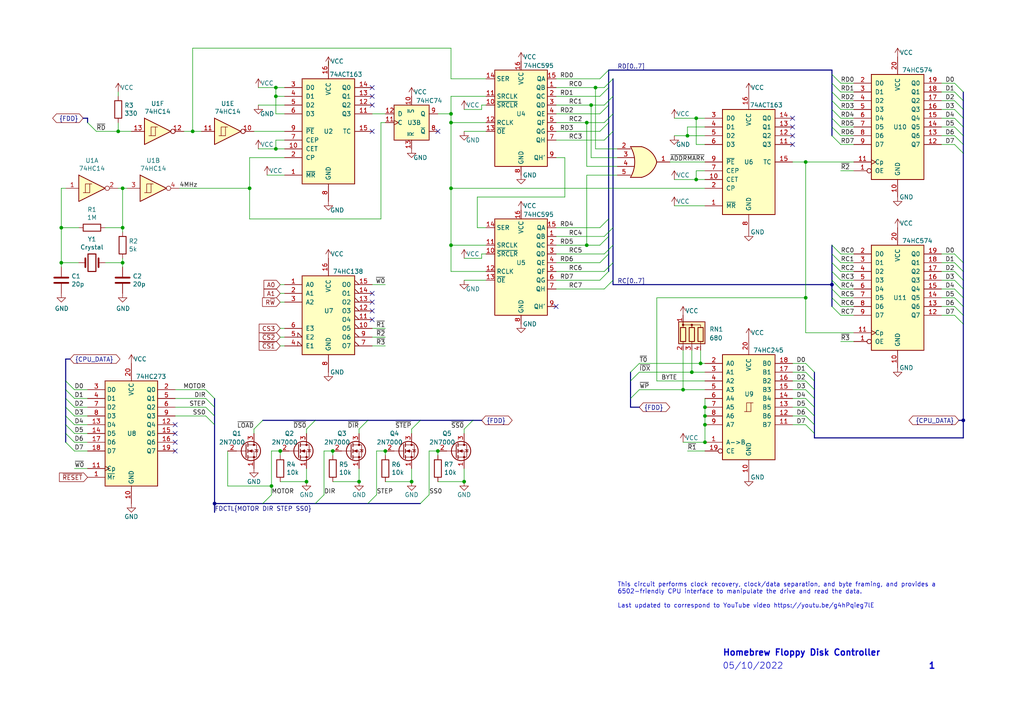
<source format=kicad_sch>
(kicad_sch (version 20211123) (generator eeschema)
  (paper "A4")
  (bus_alias "FDD" (members "~{LOAD}" "~{DS0}" "~{DIR}" "~{STEP}" "~{SS0}" "~{T0}" "~{IDX}" "~{WP}" "~{RD}" "~{WG}" "~{WD}"))
  (bus_alias "CPU_DATA" (members "D[0..7]"))
  (junction (at 130.81 71.12))
  (junction (at 55.88 38.1))
  (junction (at 17.78 76.2))
  (junction (at 35.56 66.04))
  (junction (at 88.9 139.7))
  (junction (at 233.68 86.36))
  (junction (at 111.76 130.81))
  (junction (at 201.93 52.07))
  (junction (at 170.18 35.56))
  (junction (at 96.52 130.81))
  (junction (at 134.62 139.7))
  (junction (at 233.68 46.99))
  (junction (at 199.39 39.37))
  (junction (at 35.56 76.2))
  (junction (at 130.81 54.61))
  (junction (at 204.47 118.11))
  (junction (at 203.2 105.41))
  (junction (at 171.45 30.48))
  (junction (at 127 130.81))
  (junction (at 80.01 43.18))
  (junction (at 35.56 54.61))
  (junction (at 170.18 71.12))
  (junction (at 78.74 140.97))
  (junction (at 201.93 34.29))
  (junction (at 80.01 27.94))
  (junction (at 62.23 146.05))
  (junction (at 81.28 130.81))
  (junction (at 72.39 54.61))
  (junction (at 204.47 120.65))
  (junction (at 130.81 35.56))
  (junction (at 200.66 107.95))
  (junction (at 204.47 128.27))
  (junction (at 119.38 139.7))
  (junction (at 130.81 33.02))
  (junction (at 80.01 25.4))
  (junction (at 34.29 38.1))
  (junction (at 198.12 113.03))
  (junction (at 104.14 139.7))
  (junction (at 279.4 121.92))
  (junction (at 204.47 123.19))
  (junction (at 241.3 82.55))
  (junction (at 172.72 25.4))
  (junction (at 17.78 66.04))
  (no_connect (at 107.95 25.4))
  (no_connect (at 107.95 38.1))
  (no_connect (at 107.95 27.94))
  (no_connect (at 107.95 87.63))
  (no_connect (at 107.95 30.48))
  (no_connect (at 229.87 34.29))
  (no_connect (at 229.87 39.37))
  (no_connect (at 161.29 88.9))
  (no_connect (at 229.87 36.83))
  (no_connect (at 50.8 123.19))
  (no_connect (at 229.87 41.91))
  (no_connect (at 107.95 90.17))
  (no_connect (at 127 38.1))
  (no_connect (at 50.8 125.73))
  (no_connect (at 107.95 92.71))
  (no_connect (at 107.95 85.09))
  (no_connect (at 50.8 130.81))
  (no_connect (at 50.8 128.27))
  (bus_entry (at 233.68 115.57) (size 2.54 2.54))
  (bus_entry (at 59.69 115.57) (size 2.54 2.54))
  (bus_entry (at 119.38 124.46) (size 2.54 -2.54))
  (bus_entry (at 91.44 146.05) (size 2.54 -2.54))
  (bus_entry (at 276.86 73.66) (size 2.54 2.54))
  (bus_entry (at 241.3 86.36) (size 2.54 2.54))
  (bus_entry (at 276.86 81.28) (size 2.54 2.54))
  (bus_entry (at 241.3 88.9) (size 2.54 2.54))
  (bus_entry (at 241.3 78.74) (size 2.54 2.54))
  (bus_entry (at 276.86 31.75) (size 2.54 2.54))
  (bus_entry (at 241.3 21.59) (size 2.54 2.54))
  (bus_entry (at 175.26 25.4) (size 2.54 -2.54))
  (bus_entry (at 276.86 24.13) (size 2.54 2.54))
  (bus_entry (at 59.69 118.11) (size 2.54 2.54))
  (bus_entry (at 59.69 120.65) (size 2.54 2.54))
  (bus_entry (at 19.05 120.65) (size 2.54 2.54))
  (bus_entry (at 175.26 73.66) (size 2.54 -2.54))
  (bus_entry (at 76.2 146.05) (size 2.54 -2.54))
  (bus_entry (at 276.86 36.83) (size 2.54 2.54))
  (bus_entry (at 233.68 123.19) (size 2.54 2.54))
  (bus_entry (at 276.86 76.2) (size 2.54 2.54))
  (bus_entry (at 241.3 73.66) (size 2.54 2.54))
  (bus_entry (at 233.68 105.41) (size 2.54 2.54))
  (bus_entry (at 276.86 78.74) (size 2.54 2.54))
  (bus_entry (at 106.68 146.05) (size 2.54 -2.54))
  (bus_entry (at 276.86 91.44) (size 2.54 2.54))
  (bus_entry (at 19.05 125.73) (size 2.54 2.54))
  (bus_entry (at 276.86 29.21) (size 2.54 2.54))
  (bus_entry (at 73.66 124.46) (size 2.54 -2.54))
  (bus_entry (at 134.62 124.46) (size 2.54 -2.54))
  (bus_entry (at 276.86 41.91) (size 2.54 2.54))
  (bus_entry (at 173.99 33.02) (size 2.54 -2.54))
  (bus_entry (at 173.99 38.1) (size 2.54 -2.54))
  (bus_entry (at 173.99 22.86) (size 2.54 -2.54))
  (bus_entry (at 173.99 27.94) (size 2.54 -2.54))
  (bus_entry (at 173.99 76.2) (size 2.54 -2.54))
  (bus_entry (at 173.99 66.04) (size 2.54 -2.54))
  (bus_entry (at 173.99 81.28) (size 2.54 -2.54))
  (bus_entry (at 173.99 71.12) (size 2.54 -2.54))
  (bus_entry (at 175.26 83.82) (size 2.54 -2.54))
  (bus_entry (at 276.86 83.82) (size 2.54 2.54))
  (bus_entry (at 104.14 124.46) (size 2.54 -2.54))
  (bus_entry (at 233.68 120.65) (size 2.54 2.54))
  (bus_entry (at 276.86 88.9) (size 2.54 2.54))
  (bus_entry (at 175.26 35.56) (size 2.54 -2.54))
  (bus_entry (at 241.3 71.12) (size 2.54 2.54))
  (bus_entry (at 241.3 31.75) (size 2.54 2.54))
  (bus_entry (at 233.68 118.11) (size 2.54 2.54))
  (bus_entry (at 276.86 39.37) (size 2.54 2.54))
  (bus_entry (at 241.3 39.37) (size 2.54 2.54))
  (bus_entry (at 175.26 30.48) (size 2.54 -2.54))
  (bus_entry (at 175.26 78.74) (size 2.54 -2.54))
  (bus_entry (at 59.69 113.03) (size 2.54 2.54))
  (bus_entry (at 175.26 40.64) (size 2.54 -2.54))
  (bus_entry (at 241.3 36.83) (size 2.54 2.54))
  (bus_entry (at 19.05 115.57) (size 2.54 2.54))
  (bus_entry (at 241.3 34.29) (size 2.54 2.54))
  (bus_entry (at 276.86 26.67) (size 2.54 2.54))
  (bus_entry (at 121.92 146.05) (size 2.54 -2.54))
  (bus_entry (at 241.3 81.28) (size 2.54 2.54))
  (bus_entry (at 19.05 128.27) (size 2.54 2.54))
  (bus_entry (at 19.05 118.11) (size 2.54 2.54))
  (bus_entry (at 241.3 24.13) (size 2.54 2.54))
  (bus_entry (at 175.26 68.58) (size 2.54 -2.54))
  (bus_entry (at 241.3 29.21) (size 2.54 2.54))
  (bus_entry (at 276.86 34.29) (size 2.54 2.54))
  (bus_entry (at 19.05 123.19) (size 2.54 2.54))
  (bus_entry (at 88.9 124.46) (size 2.54 -2.54))
  (bus_entry (at 19.05 113.03) (size 2.54 2.54))
  (bus_entry (at 25.4 35.56) (size 2.54 2.54))
  (bus_entry (at 233.68 110.49) (size 2.54 2.54))
  (bus_entry (at 276.86 86.36) (size 2.54 2.54))
  (bus_entry (at 241.3 83.82) (size 2.54 2.54))
  (bus_entry (at 233.68 107.95) (size 2.54 2.54))
  (bus_entry (at 182.88 107.95) (size 2.54 -2.54))
  (bus_entry (at 182.88 115.57) (size 2.54 -2.54))
  (bus_entry (at 182.88 110.49) (size 2.54 -2.54))
  (bus_entry (at 233.68 113.03) (size 2.54 2.54))
  (bus_entry (at 241.3 26.67) (size 2.54 2.54))
  (bus_entry (at 19.05 110.49) (size 2.54 2.54))
  (bus_entry (at 241.3 76.2) (size 2.54 2.54))
  (wire (pts (xy 17.78 66.04) (xy 17.78 76.2)))
  (bus (pts (xy 177.8 82.55) (xy 241.3 82.55)))
  (wire (pts (xy 273.05 41.91) (xy 276.86 41.91)))
  (bus (pts (xy 19.05 113.03) (xy 19.05 115.57)))
  (wire (pts (xy 127 139.7) (xy 134.62 139.7)))
  (wire (pts (xy 161.29 66.04) (xy 173.99 66.04)))
  (wire (pts (xy 171.45 30.48) (xy 171.45 45.72)))
  (bus (pts (xy 236.22 118.11) (xy 236.22 115.57)))
  (wire (pts (xy 243.84 34.29) (xy 247.65 34.29)))
  (bus (pts (xy 279.4 86.36) (xy 279.4 88.9)))
  (bus (pts (xy 241.3 31.75) (xy 241.3 34.29)))
  (bus (pts (xy 279.4 39.37) (xy 279.4 41.91)))
  (bus (pts (xy 182.88 118.11) (xy 185.42 118.11)))
  (wire (pts (xy 81.28 87.63) (xy 82.55 87.63)))
  (wire (pts (xy 233.68 96.52) (xy 247.65 96.52)))
  (bus (pts (xy 182.88 110.49) (xy 182.88 107.95)))
  (wire (pts (xy 200.66 107.95) (xy 204.47 107.95)))
  (wire (pts (xy 111.76 130.81) (xy 109.22 130.81)))
  (wire (pts (xy 81.28 85.09) (xy 82.55 85.09)))
  (wire (pts (xy 50.8 115.57) (xy 59.69 115.57)))
  (wire (pts (xy 55.88 38.1) (xy 58.42 38.1)))
  (wire (pts (xy 35.56 54.61) (xy 34.29 54.61)))
  (bus (pts (xy 279.4 121.92) (xy 279.4 127)))
  (wire (pts (xy 243.84 29.21) (xy 247.65 29.21)))
  (bus (pts (xy 236.22 127) (xy 279.4 127)))
  (wire (pts (xy 81.28 95.25) (xy 82.55 95.25)))
  (wire (pts (xy 35.56 66.04) (xy 35.56 67.31)))
  (wire (pts (xy 171.45 45.72) (xy 179.07 45.72)))
  (bus (pts (xy 241.3 81.28) (xy 241.3 82.55)))
  (wire (pts (xy 74.93 43.18) (xy 80.01 43.18)))
  (bus (pts (xy 62.23 146.05) (xy 62.23 148.59)))
  (wire (pts (xy 243.84 49.53) (xy 247.65 49.53)))
  (bus (pts (xy 279.4 36.83) (xy 279.4 39.37)))
  (bus (pts (xy 121.92 121.92) (xy 137.16 121.92)))
  (wire (pts (xy 161.29 78.74) (xy 175.26 78.74)))
  (wire (pts (xy 243.84 24.13) (xy 247.65 24.13)))
  (wire (pts (xy 172.72 25.4) (xy 172.72 43.18)))
  (wire (pts (xy 72.39 63.5) (xy 110.49 63.5)))
  (wire (pts (xy 81.28 130.81) (xy 81.28 132.08)))
  (bus (pts (xy 19.05 115.57) (xy 19.05 118.11)))
  (wire (pts (xy 21.59 120.65) (xy 25.4 120.65)))
  (wire (pts (xy 96.52 130.81) (xy 96.52 132.08)))
  (wire (pts (xy 107.95 100.33) (xy 111.76 100.33)))
  (wire (pts (xy 243.84 88.9) (xy 247.65 88.9)))
  (wire (pts (xy 34.29 27.94) (xy 34.29 26.67)))
  (bus (pts (xy 279.4 44.45) (xy 279.4 76.2)))
  (wire (pts (xy 273.05 29.21) (xy 276.86 29.21)))
  (bus (pts (xy 19.05 125.73) (xy 19.05 128.27)))
  (wire (pts (xy 139.7 30.48) (xy 139.7 31.75)))
  (wire (pts (xy 243.84 86.36) (xy 247.65 86.36)))
  (wire (pts (xy 161.29 81.28) (xy 173.99 81.28)))
  (bus (pts (xy 241.3 76.2) (xy 241.3 78.74)))
  (wire (pts (xy 161.29 35.56) (xy 170.18 35.56)))
  (wire (pts (xy 273.05 88.9) (xy 276.86 88.9)))
  (bus (pts (xy 241.3 26.67) (xy 241.3 29.21)))
  (wire (pts (xy 130.81 22.86) (xy 130.81 13.97)))
  (wire (pts (xy 130.81 27.94) (xy 140.97 27.94)))
  (bus (pts (xy 176.53 63.5) (xy 176.53 35.56)))
  (wire (pts (xy 127 130.81) (xy 124.46 130.81)))
  (wire (pts (xy 161.29 33.02) (xy 173.99 33.02)))
  (wire (pts (xy 130.81 71.12) (xy 130.81 78.74)))
  (bus (pts (xy 279.4 34.29) (xy 279.4 36.83)))
  (wire (pts (xy 81.28 130.81) (xy 78.74 130.81)))
  (wire (pts (xy 96.52 139.7) (xy 104.14 139.7)))
  (wire (pts (xy 204.47 52.07) (xy 201.93 52.07)))
  (bus (pts (xy 91.44 121.92) (xy 106.68 121.92)))
  (wire (pts (xy 107.95 95.25) (xy 111.76 95.25)))
  (wire (pts (xy 195.58 59.69) (xy 204.47 59.69)))
  (wire (pts (xy 185.42 107.95) (xy 200.66 107.95)))
  (bus (pts (xy 236.22 120.65) (xy 236.22 123.19)))
  (bus (pts (xy 241.3 83.82) (xy 241.3 86.36)))
  (bus (pts (xy 241.3 24.13) (xy 241.3 26.67)))
  (wire (pts (xy 111.76 130.81) (xy 111.76 132.08)))
  (wire (pts (xy 96.52 130.81) (xy 93.98 130.81)))
  (wire (pts (xy 21.59 115.57) (xy 25.4 115.57)))
  (bus (pts (xy 279.4 78.74) (xy 279.4 81.28)))
  (bus (pts (xy 279.4 81.28) (xy 279.4 83.82)))
  (wire (pts (xy 185.42 105.41) (xy 203.2 105.41)))
  (wire (pts (xy 204.47 118.11) (xy 204.47 120.65)))
  (wire (pts (xy 88.9 125.73) (xy 88.9 124.46)))
  (wire (pts (xy 195.58 34.29) (xy 201.93 34.29)))
  (wire (pts (xy 273.05 73.66) (xy 276.86 73.66)))
  (wire (pts (xy 134.62 135.89) (xy 134.62 139.7)))
  (wire (pts (xy 201.93 41.91) (xy 204.47 41.91)))
  (wire (pts (xy 229.87 120.65) (xy 233.68 120.65)))
  (bus (pts (xy 25.4 34.29) (xy 25.4 35.56)))
  (wire (pts (xy 82.55 50.8) (xy 77.47 50.8)))
  (wire (pts (xy 243.84 73.66) (xy 247.65 73.66)))
  (bus (pts (xy 177.8 81.28) (xy 177.8 76.2)))
  (wire (pts (xy 53.34 38.1) (xy 55.88 38.1)))
  (wire (pts (xy 73.66 125.73) (xy 73.66 124.46)))
  (wire (pts (xy 161.29 22.86) (xy 173.99 22.86)))
  (wire (pts (xy 140.97 30.48) (xy 139.7 30.48)))
  (wire (pts (xy 30.48 66.04) (xy 35.56 66.04)))
  (wire (pts (xy 35.56 76.2) (xy 30.48 76.2)))
  (wire (pts (xy 139.7 74.93) (xy 139.7 73.66)))
  (bus (pts (xy 279.4 41.91) (xy 279.4 44.45)))
  (wire (pts (xy 233.68 86.36) (xy 233.68 96.52)))
  (wire (pts (xy 17.78 76.2) (xy 22.86 76.2)))
  (wire (pts (xy 273.05 26.67) (xy 276.86 26.67)))
  (wire (pts (xy 243.84 83.82) (xy 247.65 83.82)))
  (wire (pts (xy 198.12 113.03) (xy 204.47 113.03)))
  (wire (pts (xy 93.98 130.81) (xy 93.98 143.51)))
  (wire (pts (xy 21.59 130.81) (xy 25.4 130.81)))
  (wire (pts (xy 273.05 24.13) (xy 276.86 24.13)))
  (wire (pts (xy 171.45 30.48) (xy 175.26 30.48)))
  (wire (pts (xy 138.43 57.15) (xy 163.83 57.15)))
  (bus (pts (xy 121.92 146.05) (xy 106.68 146.05)))
  (bus (pts (xy 279.4 83.82) (xy 279.4 86.36)))
  (wire (pts (xy 243.84 91.44) (xy 247.65 91.44)))
  (wire (pts (xy 82.55 38.1) (xy 73.66 38.1)))
  (wire (pts (xy 50.8 113.03) (xy 59.69 113.03)))
  (wire (pts (xy 34.29 38.1) (xy 34.29 35.56)))
  (wire (pts (xy 80.01 40.64) (xy 82.55 40.64)))
  (wire (pts (xy 163.83 57.15) (xy 163.83 45.72)))
  (wire (pts (xy 50.8 120.65) (xy 59.69 120.65)))
  (bus (pts (xy 279.4 31.75) (xy 279.4 34.29)))
  (wire (pts (xy 110.49 35.56) (xy 111.76 35.56)))
  (wire (pts (xy 204.47 34.29) (xy 201.93 34.29)))
  (wire (pts (xy 17.78 76.2) (xy 17.78 77.47)))
  (wire (pts (xy 170.18 35.56) (xy 170.18 48.26)))
  (wire (pts (xy 109.22 130.81) (xy 109.22 143.51)))
  (bus (pts (xy 19.05 118.11) (xy 19.05 120.65)))
  (wire (pts (xy 273.05 81.28) (xy 276.86 81.28)))
  (wire (pts (xy 161.29 40.64) (xy 175.26 40.64)))
  (wire (pts (xy 201.93 49.53) (xy 201.93 52.07)))
  (wire (pts (xy 130.81 33.02) (xy 130.81 35.56)))
  (wire (pts (xy 17.78 66.04) (xy 22.86 66.04)))
  (wire (pts (xy 130.81 54.61) (xy 204.47 54.61)))
  (wire (pts (xy 161.29 73.66) (xy 175.26 73.66)))
  (wire (pts (xy 243.84 31.75) (xy 247.65 31.75)))
  (bus (pts (xy 177.8 71.12) (xy 177.8 66.04)))
  (wire (pts (xy 243.84 41.91) (xy 247.65 41.91)))
  (wire (pts (xy 203.2 101.6) (xy 203.2 105.41)))
  (wire (pts (xy 127 33.02) (xy 130.81 33.02)))
  (bus (pts (xy 182.88 110.49) (xy 182.88 115.57)))
  (wire (pts (xy 170.18 48.26) (xy 179.07 48.26)))
  (wire (pts (xy 273.05 86.36) (xy 276.86 86.36)))
  (wire (pts (xy 107.95 33.02) (xy 111.76 33.02)))
  (wire (pts (xy 80.01 25.4) (xy 82.55 25.4)))
  (wire (pts (xy 198.12 101.6) (xy 198.12 113.03)))
  (wire (pts (xy 130.81 54.61) (xy 130.81 71.12)))
  (wire (pts (xy 229.87 118.11) (xy 233.68 118.11)))
  (wire (pts (xy 21.59 135.89) (xy 25.4 135.89)))
  (wire (pts (xy 229.87 113.03) (xy 233.68 113.03)))
  (wire (pts (xy 243.84 99.06) (xy 247.65 99.06)))
  (wire (pts (xy 72.39 45.72) (xy 72.39 54.61)))
  (wire (pts (xy 140.97 71.12) (xy 130.81 71.12)))
  (wire (pts (xy 243.84 81.28) (xy 247.65 81.28)))
  (wire (pts (xy 134.62 125.73) (xy 134.62 124.46)))
  (wire (pts (xy 243.84 26.67) (xy 247.65 26.67)))
  (wire (pts (xy 203.2 105.41) (xy 204.47 105.41)))
  (wire (pts (xy 72.39 45.72) (xy 82.55 45.72)))
  (bus (pts (xy 177.8 81.28) (xy 177.8 82.55)))
  (wire (pts (xy 127 130.81) (xy 127 132.08)))
  (wire (pts (xy 50.8 118.11) (xy 59.69 118.11)))
  (bus (pts (xy 62.23 118.11) (xy 62.23 120.65)))
  (wire (pts (xy 35.56 74.93) (xy 35.56 76.2)))
  (bus (pts (xy 137.16 121.92) (xy 139.7 121.92)))
  (wire (pts (xy 78.74 140.97) (xy 78.74 143.51)))
  (wire (pts (xy 27.94 38.1) (xy 34.29 38.1)))
  (wire (pts (xy 130.81 35.56) (xy 140.97 35.56)))
  (bus (pts (xy 241.3 73.66) (xy 241.3 76.2)))
  (wire (pts (xy 179.07 50.8) (xy 170.18 50.8)))
  (wire (pts (xy 124.46 130.81) (xy 124.46 143.51)))
  (wire (pts (xy 194.31 46.99) (xy 204.47 46.99)))
  (bus (pts (xy 241.3 34.29) (xy 241.3 36.83)))
  (wire (pts (xy 119.38 135.89) (xy 119.38 139.7)))
  (wire (pts (xy 134.62 74.93) (xy 139.7 74.93)))
  (bus (pts (xy 182.88 115.57) (xy 182.88 118.11)))
  (bus (pts (xy 176.53 35.56) (xy 176.53 30.48)))
  (wire (pts (xy 199.39 36.83) (xy 204.47 36.83)))
  (wire (pts (xy 80.01 40.64) (xy 80.01 43.18)))
  (wire (pts (xy 78.74 130.81) (xy 78.74 140.97)))
  (wire (pts (xy 273.05 76.2) (xy 276.86 76.2)))
  (wire (pts (xy 233.68 46.99) (xy 247.65 46.99)))
  (bus (pts (xy 177.8 38.1) (xy 177.8 33.02)))
  (bus (pts (xy 24.13 34.29) (xy 25.4 34.29)))
  (wire (pts (xy 140.97 66.04) (xy 138.43 66.04)))
  (wire (pts (xy 243.84 36.83) (xy 247.65 36.83)))
  (bus (pts (xy 236.22 120.65) (xy 236.22 118.11)))
  (bus (pts (xy 241.3 29.21) (xy 241.3 31.75)))
  (bus (pts (xy 91.44 146.05) (xy 76.2 146.05)))
  (bus (pts (xy 241.3 36.83) (xy 241.3 39.37)))
  (bus (pts (xy 19.05 110.49) (xy 19.05 113.03)))
  (bus (pts (xy 241.3 20.32) (xy 241.3 21.59)))
  (wire (pts (xy 172.72 25.4) (xy 175.26 25.4)))
  (wire (pts (xy 273.05 34.29) (xy 276.86 34.29)))
  (wire (pts (xy 273.05 39.37) (xy 276.86 39.37)))
  (wire (pts (xy 81.28 100.33) (xy 82.55 100.33)))
  (wire (pts (xy 170.18 71.12) (xy 173.99 71.12)))
  (wire (pts (xy 130.81 35.56) (xy 130.81 54.61)))
  (wire (pts (xy 273.05 78.74) (xy 276.86 78.74)))
  (wire (pts (xy 66.04 140.97) (xy 78.74 140.97)))
  (wire (pts (xy 66.04 130.81) (xy 66.04 140.97)))
  (wire (pts (xy 229.87 107.95) (xy 233.68 107.95)))
  (bus (pts (xy 236.22 123.19) (xy 236.22 125.73)))
  (bus (pts (xy 176.53 20.32) (xy 241.3 20.32)))
  (bus (pts (xy 62.23 115.57) (xy 62.23 118.11)))
  (wire (pts (xy 74.93 25.4) (xy 80.01 25.4)))
  (wire (pts (xy 273.05 31.75) (xy 276.86 31.75)))
  (bus (pts (xy 106.68 121.92) (xy 121.92 121.92)))
  (wire (pts (xy 229.87 105.41) (xy 233.68 105.41)))
  (wire (pts (xy 243.84 76.2) (xy 247.65 76.2)))
  (wire (pts (xy 199.39 39.37) (xy 195.58 39.37)))
  (wire (pts (xy 172.72 43.18) (xy 179.07 43.18)))
  (bus (pts (xy 20.32 104.14) (xy 19.05 104.14)))
  (bus (pts (xy 62.23 146.05) (xy 76.2 146.05)))
  (wire (pts (xy 21.59 125.73) (xy 25.4 125.73)))
  (bus (pts (xy 106.68 146.05) (xy 91.44 146.05)))
  (wire (pts (xy 81.28 139.7) (xy 88.9 139.7)))
  (bus (pts (xy 19.05 120.65) (xy 19.05 123.19)))
  (bus (pts (xy 176.53 25.4) (xy 176.53 20.32)))
  (wire (pts (xy 104.14 135.89) (xy 104.14 139.7)))
  (bus (pts (xy 278.13 121.92) (xy 279.4 121.92)))
  (wire (pts (xy 161.29 68.58) (xy 175.26 68.58)))
  (wire (pts (xy 52.07 54.61) (xy 72.39 54.61)))
  (wire (pts (xy 82.55 43.18) (xy 80.01 43.18)))
  (wire (pts (xy 229.87 46.99) (xy 233.68 46.99)))
  (wire (pts (xy 161.29 71.12) (xy 170.18 71.12)))
  (bus (pts (xy 62.23 120.65) (xy 62.23 123.19)))
  (bus (pts (xy 177.8 27.94) (xy 177.8 22.86)))
  (wire (pts (xy 21.59 128.27) (xy 25.4 128.27)))
  (wire (pts (xy 201.93 49.53) (xy 204.47 49.53)))
  (bus (pts (xy 279.4 26.67) (xy 279.4 29.21)))
  (bus (pts (xy 279.4 88.9) (xy 279.4 91.44)))
  (wire (pts (xy 55.88 13.97) (xy 130.81 13.97)))
  (wire (pts (xy 82.55 33.02) (xy 80.01 33.02)))
  (bus (pts (xy 176.53 73.66) (xy 176.53 68.58)))
  (wire (pts (xy 80.01 25.4) (xy 80.01 27.94)))
  (bus (pts (xy 241.3 78.74) (xy 241.3 81.28)))
  (wire (pts (xy 34.29 38.1) (xy 38.1 38.1)))
  (bus (pts (xy 241.3 71.12) (xy 241.3 73.66)))
  (wire (pts (xy 161.29 76.2) (xy 173.99 76.2)))
  (wire (pts (xy 130.81 22.86) (xy 140.97 22.86)))
  (wire (pts (xy 161.29 25.4) (xy 172.72 25.4)))
  (bus (pts (xy 279.4 76.2) (xy 279.4 78.74)))
  (wire (pts (xy 81.28 82.55) (xy 82.55 82.55)))
  (wire (pts (xy 35.56 54.61) (xy 35.56 66.04)))
  (wire (pts (xy 140.97 81.28) (xy 134.62 81.28)))
  (wire (pts (xy 229.87 123.19) (xy 233.68 123.19)))
  (wire (pts (xy 273.05 91.44) (xy 276.86 91.44)))
  (wire (pts (xy 80.01 27.94) (xy 80.01 33.02)))
  (wire (pts (xy 243.84 39.37) (xy 247.65 39.37)))
  (wire (pts (xy 80.01 27.94) (xy 82.55 27.94)))
  (wire (pts (xy 201.93 34.29) (xy 201.93 41.91)))
  (wire (pts (xy 21.59 113.03) (xy 25.4 113.03)))
  (wire (pts (xy 72.39 54.61) (xy 72.39 63.5)))
  (wire (pts (xy 243.84 78.74) (xy 247.65 78.74)))
  (wire (pts (xy 81.28 97.79) (xy 82.55 97.79)))
  (wire (pts (xy 190.5 110.49) (xy 190.5 86.36)))
  (bus (pts (xy 279.4 91.44) (xy 279.4 93.98)))
  (wire (pts (xy 161.29 38.1) (xy 173.99 38.1)))
  (wire (pts (xy 74.93 30.48) (xy 82.55 30.48)))
  (wire (pts (xy 190.5 86.36) (xy 233.68 86.36)))
  (wire (pts (xy 88.9 135.89) (xy 88.9 139.7)))
  (wire (pts (xy 161.29 27.94) (xy 173.99 27.94)))
  (wire (pts (xy 19.05 54.61) (xy 17.78 54.61)))
  (wire (pts (xy 139.7 31.75) (xy 134.62 31.75)))
  (wire (pts (xy 185.42 113.03) (xy 198.12 113.03)))
  (wire (pts (xy 204.47 123.19) (xy 204.47 128.27)))
  (wire (pts (xy 139.7 73.66) (xy 140.97 73.66)))
  (wire (pts (xy 204.47 115.57) (xy 204.47 118.11)))
  (wire (pts (xy 55.88 13.97) (xy 55.88 38.1)))
  (wire (pts (xy 130.81 33.02) (xy 130.81 27.94)))
  (wire (pts (xy 95.25 17.78) (xy 95.25 19.05)))
  (wire (pts (xy 190.5 110.49) (xy 204.47 110.49)))
  (wire (pts (xy 199.39 130.81) (xy 204.47 130.81)))
  (bus (pts (xy 236.22 115.57) (xy 236.22 113.03)))
  (wire (pts (xy 200.66 101.6) (xy 200.66 107.95)))
  (wire (pts (xy 21.59 118.11) (xy 25.4 118.11)))
  (wire (pts (xy 161.29 83.82) (xy 175.26 83.82)))
  (bus (pts (xy 19.05 104.14) (xy 19.05 110.49)))
  (wire (pts (xy 199.39 39.37) (xy 199.39 36.83)))
  (bus (pts (xy 76.2 121.92) (xy 91.44 121.92)))
  (wire (pts (xy 104.14 125.73) (xy 104.14 124.46)))
  (wire (pts (xy 140.97 38.1) (xy 134.62 38.1)))
  (bus (pts (xy 236.22 110.49) (xy 236.22 107.95)))
  (wire (pts (xy 36.83 54.61) (xy 35.56 54.61)))
  (bus (pts (xy 241.3 86.36) (xy 241.3 88.9)))
  (wire (pts (xy 110.49 35.56) (xy 110.49 63.5)))
  (bus (pts (xy 19.05 123.19) (xy 19.05 125.73)))
  (wire (pts (xy 273.05 83.82) (xy 276.86 83.82)))
  (wire (pts (xy 201.93 52.07) (xy 195.58 52.07)))
  (wire (pts (xy 273.05 36.83) (xy 276.86 36.83)))
  (wire (pts (xy 161.29 30.48) (xy 171.45 30.48)))
  (bus (pts (xy 279.4 93.98) (xy 279.4 121.92)))
  (bus (pts (xy 176.53 68.58) (xy 176.53 63.5)))
  (bus (pts (xy 62.23 123.19) (xy 62.23 146.05)))
  (wire (pts (xy 170.18 35.56) (xy 175.26 35.56)))
  (wire (pts (xy 204.47 120.65) (xy 204.47 123.19)))
  (wire (pts (xy 229.87 115.57) (xy 233.68 115.57)))
  (bus (pts (xy 177.8 66.04) (xy 177.8 38.1)))
  (bus (pts (xy 177.8 33.02) (xy 177.8 27.94)))
  (wire (pts (xy 170.18 50.8) (xy 170.18 71.12)))
  (bus (pts (xy 241.3 21.59) (xy 241.3 24.13)))
  (bus (pts (xy 236.22 113.03) (xy 236.22 110.49)))
  (wire (pts (xy 163.83 45.72) (xy 161.29 45.72)))
  (wire (pts (xy 138.43 66.04) (xy 138.43 57.15)))
  (wire (pts (xy 198.12 128.27) (xy 204.47 128.27)))
  (wire (pts (xy 17.78 54.61) (xy 17.78 66.04)))
  (wire (pts (xy 21.59 123.19) (xy 25.4 123.19)))
  (bus (pts (xy 236.22 125.73) (xy 236.22 127)))
  (bus (pts (xy 241.3 82.55) (xy 241.3 83.82)))
  (wire (pts (xy 233.68 46.99) (xy 233.68 86.36)))
  (wire (pts (xy 130.81 78.74) (xy 140.97 78.74)))
  (wire (pts (xy 107.95 82.55) (xy 111.76 82.55)))
  (wire (pts (xy 107.95 97.79) (xy 111.76 97.79)))
  (bus (pts (xy 176.53 78.74) (xy 176.53 73.66)))
  (wire (pts (xy 111.76 139.7) (xy 119.38 139.7)))
  (wire (pts (xy 35.56 77.47) (xy 35.56 76.2)))
  (bus (pts (xy 279.4 29.21) (xy 279.4 31.75)))
  (wire (pts (xy 119.38 125.73) (xy 119.38 124.46)))
  (bus (pts (xy 177.8 71.12) (xy 177.8 76.2)))
  (bus (pts (xy 176.53 30.48) (xy 176.53 25.4)))
  (wire (pts (xy 229.87 110.49) (xy 233.68 110.49)))
  (wire (pts (xy 199.39 39.37) (xy 204.47 39.37)))
  (text "This circuit performs clock recovery, clock/data separation, and byte framing, and provides a \n6502-friendly CPU interface to manipulate the drive and read the data.\n\nLast updated to correspond to YouTube video https://youtu.be/g4hPqieg7lE\n" (at 179.07 176.53 0) (effects (font (size 1.27 1.27)) (justify left bottom)))
  (text "Homebrew Floppy Disk Controller" (at 209.55 190.5 0) (effects (font (size 1.8 1.8) (thickness 0.36) bold) (justify left bottom)))
  (text "1" (at 269.24 194.31 0) (effects (font (size 1.8 1.8) (thickness 0.36) bold) (justify left bottom)))
  (text "05/10/2022" (at 209.55 194.31 0) (effects (font (size 1.8 1.8)) (justify left bottom)))
  (label "DIR" (at 93.98 143.51 0))
  (label "D7" (at 21.59 130.81 0))
  (label "DIR" (at 59.69 115.57 180))
  (label "~{DS0}" (at 88.9 124.46 180))
  (label "~{R3}" (at 243.84 99.06 0))
  (label "D2" (at 276.86 78.74 180))
  (label "RD0" (at 166.37 22.86 180))
  (label "RC6" (at 168.91 78.74 180))
  (label "D5" (at 233.68 118.11 180))
  (label "D1" (at 276.86 26.67 180))
  (label "RD0" (at 243.84 24.13 0))
  (label "~{T0}" (at 185.42 105.41 0))
  (label "RC1" (at 168.91 30.48 180))
  (label "RC0" (at 243.84 73.66 0))
  (label "RD[0..7]" (at 179.07 20.32 0))
  (label "D2" (at 233.68 110.49 180))
  (label "D3" (at 276.86 81.28 180))
  (label "~{R2}" (at 243.84 49.53 0))
  (label "RC1" (at 243.84 76.2 0))
  (label "D7" (at 276.86 41.91 180))
  (label "RC7" (at 243.84 91.44 0))
  (label "RD4" (at 243.84 34.29 0))
  (label "~{R1}" (at 199.39 130.81 0))
  (label "STEP" (at 109.22 143.51 0))
  (label "D2" (at 276.86 29.21 180))
  (label "RC6" (at 243.84 88.9 0))
  (label "D1" (at 276.86 76.2 180))
  (label "STEP" (at 59.69 118.11 180))
  (label "D4" (at 276.86 83.82 180))
  (label "D0" (at 233.68 105.41 180))
  (label "D6" (at 276.86 39.37 180))
  (label "D0" (at 276.86 24.13 180))
  (label "RD4" (at 166.37 66.04 180))
  (label "~{R2}" (at 111.76 97.79 180))
  (label "SS0" (at 59.69 120.65 180))
  (label "RC2" (at 243.84 78.74 0))
  (label "RC5" (at 243.84 86.36 0))
  (label "~{SS0}" (at 134.62 124.46 180))
  (label "D5" (at 276.86 36.83 180))
  (label "D4" (at 233.68 115.57 180))
  (label "D0" (at 276.86 73.66 180))
  (label "RC0" (at 168.91 25.4 180))
  (label "RD3" (at 166.37 38.1 180))
  (label "D3" (at 233.68 113.03 180))
  (label "4MHz" (at 52.07 54.61 0))
  (label "RC2" (at 168.91 35.56 180))
  (label "RC4" (at 243.84 83.82 0))
  (label "D2" (at 21.59 118.11 0))
  (label "BYTE" (at 191.77 110.49 0))
  (label "~{W0}" (at 111.76 82.55 180))
  (label "D3" (at 21.59 120.65 0))
  (label "~{WP}" (at 185.42 113.03 0))
  (label "FDCTL{MOTOR DIR STEP SS0}" (at 62.23 148.59 0))
  (label "MOTOR" (at 59.69 113.03 180))
  (label "RD1" (at 243.84 26.67 0))
  (label "D6" (at 21.59 128.27 0))
  (label "RD7" (at 166.37 81.28 180))
  (label "D1" (at 21.59 115.57 0))
  (label "D4" (at 21.59 123.19 0))
  (label "RD6" (at 166.37 76.2 180))
  (label "~{R3}" (at 111.76 100.33 180))
  (label "RC[0..7]" (at 179.07 82.55 0))
  (label "~{LOAD}" (at 73.66 124.46 180))
  (label "SS0" (at 124.46 143.51 0))
  (label "D7" (at 276.86 91.44 180))
  (label "D1" (at 233.68 107.95 180))
  (label "~{RD}" (at 27.94 38.1 0))
  (label "~{DIR}" (at 104.14 124.46 180))
  (label "D7" (at 233.68 123.19 180))
  (label "MOTOR" (at 78.74 143.51 0))
  (label "~{ADDRMARK}" (at 194.31 46.99 0))
  (label "D3" (at 276.86 31.75 180))
  (label "RD2" (at 166.37 33.02 180))
  (label "D6" (at 233.68 120.65 180))
  (label "RD3" (at 243.84 31.75 0))
  (label "RD1" (at 166.37 27.94 180))
  (label "D5" (at 21.59 125.73 0))
  (label "RC4" (at 168.91 68.58 180))
  (label "~{W0}" (at 21.59 135.89 0))
  (label "RD6" (at 243.84 39.37 0))
  (label "RD5" (at 166.37 71.12 180))
  (label "RC3" (at 243.84 81.28 0))
  (label "RC3" (at 168.91 40.64 180))
  (label "D0" (at 21.59 113.03 0))
  (label "D5" (at 276.86 86.36 180))
  (label "~{IDX}" (at 185.42 107.95 0))
  (label "~{R1}" (at 111.76 95.25 180))
  (label "RD2" (at 243.84 29.21 0))
  (label "RC5" (at 168.91 73.66 180))
  (label "RC7" (at 168.91 83.82 180))
  (label "D6" (at 276.86 88.9 180))
  (label "RD7" (at 243.84 41.91 0))
  (label "D4" (at 276.86 34.29 180))
  (label "~{STEP}" (at 119.38 124.46 180))
  (label "RD5" (at 243.84 36.83 0))
  (global_label "{CPU_DATA}" (shape bidirectional) (at 278.13 121.92 180) (property "Intersheet References" "${INTERSHEET_REFS}" (effects hide)))
  (global_label "~{RESET}" (shape input) (at 25.4 138.43 180) (property "Intersheet References" "${INTERSHEET_REFS}" (effects hide)))
  (global_label "~{CS1}" (shape input) (at 81.28 100.33 180) (property "Intersheet References" "${INTERSHEET_REFS}" (effects hide)))
  (global_label "{FDD}" (shape bidirectional) (at 139.7 121.92 0) (property "Intersheet References" "${INTERSHEET_REFS}" (effects hide)))
  (global_label "A1" (shape input) (at 81.28 85.09 180) (property "Intersheet References" "${INTERSHEET_REFS}" (effects hide)))
  (global_label "A0" (shape input) (at 81.28 82.55 180) (property "Intersheet References" "${INTERSHEET_REFS}" (effects hide)))
  (global_label "{CPU_DATA}" (shape bidirectional) (at 20.32 104.14 0) (property "Intersheet References" "${INTERSHEET_REFS}" (effects hide)))
  (global_label "~{CS2}" (shape input) (at 81.28 97.79 180) (property "Intersheet References" "${INTERSHEET_REFS}" (effects hide)))
  (global_label "R~{W}" (shape input) (at 81.28 87.63 180) (property "Intersheet References" "${INTERSHEET_REFS}" (effects hide)))
  (global_label "{FDD}" (shape bidirectional) (at 24.13 34.29 180) (property "Intersheet References" "${INTERSHEET_REFS}" (effects hide)))
  (global_label "{FDD}" (shape bidirectional) (at 185.42 118.11 0) (property "Intersheet References" "${INTERSHEET_REFS}" (effects hide)))
  (global_label "CS3" (shape input) (at 81.28 95.25 180) (property "Intersheet References" "${INTERSHEET_REFS}" (effects hide)))
  (symbol (lib_id "74xx:74LS163") (at 95.25 38.1 0) (unit 1)
    (property "Reference" "U2" (at 95.25 38.1 0))
    (property "Value" "74ACT163" (at 100.33 21.59 0))
    (property "Datasheet" "http://www.ti.com/lit/gpn/sn74LS163" (effects hide))
  )
  (symbol (lib_id "74xx:74HC14") (at 26.67 54.61 0) (unit 1)
    (property "Reference" "U1" (at 26.67 46.5582 0))
    (property "Value" "74HC14" (at 26.67 48.8696 0))
    (property "Datasheet" "http://www.ti.com/lit/gpn/sn74HC14" (effects hide))
  )
  (symbol (lib_id "Device:Crystal") (at 26.67 76.2 0) (unit 1)
    (property "Reference" "Y1" (at 26.67 69.3928 0))
    (property "Value" "Crystal" (at 26.67 71.7042 0))
  )
  (symbol (lib_id "Device:C") (at 17.78 81.28 0) (unit 1)
    (property "Reference" "C1" (at 20.701 80.1116 0) (effects (justify left)))
    (property "Value" "20p" (at 20.701 82.423 0) (effects (justify left)))
  )
  (symbol (lib_id "Device:C") (at 35.56 81.28 0) (unit 1)
    (property "Reference" "C2" (at 38.481 80.1116 0) (effects (justify left)))
    (property "Value" "20p" (at 38.481 82.423 0) (effects (justify left)))
  )
  (symbol (lib_id "power:GND") (at 17.78 85.09 0) (unit 1)
    (property "Reference" "#PWR01" (effects hide))
    (property "Value" "GND" (at 17.907 89.4842 0))
  )
  (symbol (lib_id "power:GND") (at 35.56 85.09 0) (unit 1)
    (property "Reference" "#PWR02" (effects hide))
    (property "Value" "GND" (at 35.687 89.4842 0))
  )
  (symbol (lib_id "Device:R") (at 35.56 71.12 0) (unit 1)
    (property "Reference" "R2" (at 37.338 69.9516 0) (effects (justify left)))
    (property "Value" "5k" (at 37.338 72.263 0) (effects (justify left)))
  )
  (symbol (lib_id "Device:R") (at 26.67 66.04 270) (unit 1)
    (property "Reference" "R1" (at 26.67 60.7822 90))
    (property "Value" "1M" (at 26.67 63.0936 90))
  )
  (symbol (lib_id "74xx:74HC14") (at 44.45 54.61 0) (unit 2)
    (property "Reference" "U1" (at 44.45 46.5582 0))
    (property "Value" "74HC14" (at 44.45 48.8696 0))
    (property "Datasheet" "http://www.ti.com/lit/gpn/sn74HC14" (effects hide))
  )
  (symbol (lib_id "power:VCC") (at 77.47 50.8 0) (unit 1)
    (property "Reference" "#PWR016" (effects hide))
    (property "Value" "VCC" (at 80.01 49.53 0))
  )
  (symbol (lib_id "power:VCC") (at 74.93 43.18 0) (unit 1)
    (property "Reference" "#PWR015" (effects hide))
    (property "Value" "VCC" (at 77.47 41.91 0))
  )
  (symbol (lib_id "power:VCC") (at 74.93 25.4 0) (unit 1)
    (property "Reference" "#PWR014" (effects hide))
    (property "Value" "VCC" (at 77.47 24.13 0))
  )
  (symbol (lib_id "power:GND") (at 74.93 30.48 0) (unit 1)
    (property "Reference" "#PWR013" (effects hide))
    (property "Value" "GND" (at 77.47 33.02 0))
  )
  (symbol (lib_id "power:GND") (at 95.25 58.42 0) (unit 1)
    (property "Reference" "#PWR017" (effects hide))
    (property "Value" "GND" (at 97.79 60.96 0))
  )
  (symbol (lib_id "power:VCC") (at 95.25 19.05 0) (unit 1)
    (property "Reference" "#PWR012" (effects hide))
    (property "Value" "VCC" (at 97.79 17.78 0))
  )
  (symbol (lib_id "74xx:74HC595") (at 151.13 33.02 0) (unit 1)
    (property "Reference" "U4" (at 151.13 33.02 0))
    (property "Value" "74HC595" (at 156.21 19.05 0))
    (property "Datasheet" "http://www.ti.com/lit/ds/symlink/sn74hc595.pdf" (effects hide))
  )
  (symbol (lib_id "74xx:74HC595") (at 151.13 76.2 0) (unit 1)
    (property "Reference" "U5" (at 151.13 76.2 0))
    (property "Value" "74HC595" (at 156.21 62.23 0))
    (property "Datasheet" "http://www.ti.com/lit/ds/symlink/sn74hc595.pdf" (effects hide))
  )
  (symbol (lib_id "power:VCC") (at 151.13 60.96 0) (unit 1)
    (property "Reference" "#PWR07" (effects hide))
    (property "Value" "VCC" (at 153.67 59.69 0))
  )
  (symbol (lib_id "power:GND") (at 151.13 93.98 0) (unit 1)
    (property "Reference" "#PWR011" (effects hide))
    (property "Value" "GND" (at 153.67 93.98 0))
  )
  (symbol (lib_id "power:GND") (at 134.62 81.28 0) (unit 1)
    (property "Reference" "#PWR010" (effects hide))
    (property "Value" "GND" (at 137.16 83.82 0))
  )
  (symbol (lib_id "power:GND") (at 134.62 38.1 0) (unit 1)
    (property "Reference" "#PWR05" (effects hide))
    (property "Value" "GND" (at 137.16 40.64 0))
  )
  (symbol (lib_id "power:VCC") (at 134.62 74.93 0) (unit 1)
    (property "Reference" "#PWR09" (effects hide))
    (property "Value" "VCC" (at 137.16 73.66 0))
  )
  (symbol (lib_id "power:VCC") (at 134.62 31.75 0) (unit 1)
    (property "Reference" "#PWR04" (effects hide))
    (property "Value" "VCC" (at 137.16 30.48 0))
  )
  (symbol (lib_id "power:VCC") (at 151.13 17.78 0) (unit 1)
    (property "Reference" "#PWR03" (effects hide))
    (property "Value" "VCC" (at 153.67 16.51 0))
  )
  (symbol (lib_id "power:GND") (at 151.13 50.8 0) (unit 1)
    (property "Reference" "#PWR06" (effects hide))
    (property "Value" "GND" (at 153.67 50.8 0))
  )
  (symbol (lib_id "power:VCC") (at 34.29 26.67 0) (unit 1)
    (property "Reference" "#PWR08" (effects hide))
    (property "Value" "VCC" (at 36.83 25.4 0))
  )
  (symbol (lib_id "Device:R") (at 34.29 31.75 0) (unit 1)
    (property "Reference" "R3" (at 36.068 30.5816 0) (effects (justify left)))
    (property "Value" "330" (at 36.068 32.893 0) (effects (justify left)))
  )
  (symbol (lib_id "74xx:74HC14") (at 66.04 38.1 0) (unit 5)
    (property "Reference" "U1" (at 66.04 30.0482 0))
    (property "Value" "74HC14" (at 66.04 32.3596 0))
    (property "Datasheet" "http://www.ti.com/lit/gpn/sn74HC14" (effects hide))
  )
  (symbol (lib_id "Transistor_FET:2N7000") (at 116.84 130.81 0) (unit 1)
    (property "Reference" "Q4" (at 113.03 125.73 0) (effects (justify left)))
    (property "Value" "2N7000" (at 109.22 128.27 0) (effects (justify left)))
    (property "Footprint" "Package_TO_SOT_THT:TO-92_Inline" (effects hide))
    (property "Datasheet" "https://www.vishay.com/docs/70226/70226.pdf" (effects hide))
  )
  (symbol (lib_id "74xx:74LS138") (at 95.25 90.17 0) (unit 1)
    (property "Reference" "U7" (at 93.98 90.17 0) (effects (justify left)))
    (property "Value" "74HC138" (at 96.52 78.74 0) (effects (justify left)))
    (property "Datasheet" "http://www.ti.com/lit/gpn/sn74LS138" (effects hide))
  )
  (symbol (lib_id "power:VCC") (at 260.35 16.51 0) (unit 1)
    (property "Reference" "#PWR061" (effects hide))
    (property "Value" "VCC" (at 262.89 15.24 0))
  )
  (symbol (lib_id "Transistor_FET:2N7000") (at 71.12 130.81 0) (unit 1)
    (property "Reference" "Q1" (at 67.31 125.73 0) (effects (justify left)))
    (property "Value" "2N7000" (at 63.5 128.27 0) (effects (justify left)))
    (property "Footprint" "Package_TO_SOT_THT:TO-92_Inline" (effects hide))
    (property "Datasheet" "https://www.vishay.com/docs/70226/70226.pdf" (effects hide))
  )
  (symbol (lib_id "power:VCC") (at 260.35 66.04 0) (unit 1)
    (property "Reference" "#PWR063" (effects hide))
    (property "Value" "VCC" (at 262.89 64.77 0))
  )
  (symbol (lib_id "74xx:74LS163") (at 217.17 46.99 0) (unit 1)
    (property "Reference" "U6" (at 217.17 46.99 0))
    (property "Value" "74ACT163" (at 222.25 30.48 0))
    (property "Datasheet" "http://www.ti.com/lit/gpn/sn74LS163" (effects hide))
  )
  (symbol (lib_id "power:VCC") (at 38.1 105.41 0) (unit 1)
    (property "Reference" "#PWR021" (effects hide))
    (property "Value" "VCC" (at 40.64 104.14 0))
  )
  (symbol (lib_id "Device:R") (at 111.76 135.89 0) (unit 1)
    (property "Reference" "R6" (at 113.538 134.7216 0) (effects (justify left)))
    (property "Value" "10k" (at 113.538 137.033 0) (effects (justify left)))
  )
  (symbol (lib_id "power:GND") (at 88.9 139.7 0) (unit 1)
    (property "Reference" "#PWR030" (effects hide))
    (property "Value" "GND" (at 88.9 143.51 0))
  )
  (symbol (lib_id "4xxx:4072") (at 186.69 46.99 0) (unit 1)
    (property "Reference" "U17" (effects hide))
    (property "Value" "4072" (effects hide))
    (property "Datasheet" "http://www.intersil.com/content/dam/Intersil/documents/cd40/cd4071bms-72bms-75bms.pdf" (effects hide))
  )
  (symbol (lib_id "power:VCC") (at 217.17 26.67 0) (unit 1)
    (property "Reference" "#PWR057" (effects hide))
    (property "Value" "VCC" (at 219.71 25.4 0))
  )
  (symbol (lib_id "power:GND") (at 38.1 146.05 0) (unit 1)
    (property "Reference" "#PWR022" (effects hide))
    (property "Value" "GND" (at 38.1 149.86 0))
  )
  (symbol (lib_id "power:GND") (at 73.66 135.89 0) (unit 1)
    (property "Reference" "#PWR025" (effects hide))
    (property "Value" "GND" (at 73.66 139.7 0))
  )
  (symbol (lib_id "power:VCC") (at 119.38 27.94 0) (unit 1)
    (property "Reference" "#PWR036" (effects hide))
    (property "Value" "VCC" (at 121.92 26.67 0))
  )
  (symbol (lib_id "Device:R") (at 96.52 135.89 0) (unit 1)
    (property "Reference" "R5" (at 98.298 134.7216 0) (effects (justify left)))
    (property "Value" "10k" (at 98.298 137.033 0) (effects (justify left)))
  )
  (symbol (lib_id "power:GND") (at 104.14 139.7 0) (unit 1)
    (property "Reference" "#PWR031" (effects hide))
    (property "Value" "GND" (at 104.14 143.51 0))
  )
  (symbol (lib_id "74xx:74HC74") (at 119.38 35.56 0) (unit 2)
    (property "Reference" "U3" (at 118.11 35.56 0) (effects (justify left)))
    (property "Value" "74HC74" (at 120.65 29.21 0) (effects (justify left)))
    (property "Datasheet" "74xx/74hc_hct74.pdf" (effects hide))
  )
  (symbol (lib_id "power:GND") (at 195.58 39.37 0) (unit 1)
    (property "Reference" "#PWR053" (effects hide))
    (property "Value" "GND" (at 198.12 41.91 0))
  )
  (symbol (lib_id "74xx:74LS574") (at 260.35 86.36 0) (unit 1)
    (property "Reference" "U11" (at 259.08 86.36 0) (effects (justify left)))
    (property "Value" "74HC574" (at 261.62 69.85 0) (effects (justify left)))
    (property "Datasheet" "http://www.ti.com/lit/gpn/sn74LS574" (effects hide))
  )
  (symbol (lib_id "power:VCC") (at 195.58 52.07 0) (unit 1)
    (property "Reference" "#PWR054" (effects hide))
    (property "Value" "VCC" (at 198.12 50.8 0))
  )
  (symbol (lib_id "power:GND") (at 260.35 106.68 0) (unit 1)
    (property "Reference" "#PWR064" (effects hide))
    (property "Value" "GND" (at 262.89 106.68 0))
  )
  (symbol (lib_id "power:GND") (at 119.38 43.18 0) (unit 1)
    (property "Reference" "#PWR037" (effects hide))
    (property "Value" "GND" (at 121.92 45.72 0))
  )
  (symbol (lib_id "Transistor_FET:2N7000") (at 86.36 130.81 0) (unit 1)
    (property "Reference" "Q2" (at 82.55 125.73 0) (effects (justify left)))
    (property "Value" "2N7000" (at 78.74 128.27 0) (effects (justify left)))
    (property "Footprint" "Package_TO_SOT_THT:TO-92_Inline" (effects hide))
    (property "Datasheet" "https://www.vishay.com/docs/70226/70226.pdf" (effects hide))
  )
  (symbol (lib_id "Device:R") (at 127 135.89 0) (unit 1)
    (property "Reference" "R7" (at 128.778 134.7216 0) (effects (justify left)))
    (property "Value" "10k" (at 128.778 137.033 0) (effects (justify left)))
  )
  (symbol (lib_id "power:GND") (at 95.25 107.95 0) (unit 1)
    (property "Reference" "#PWR027" (effects hide))
    (property "Value" "GND" (at 97.79 107.95 0))
  )
  (symbol (lib_id "power:GND") (at 134.62 139.7 0) (unit 1)
    (property "Reference" "#PWR040" (effects hide))
    (property "Value" "GND" (at 134.62 143.51 0))
  )
  (symbol (lib_id "Device:R_Network03") (at 200.66 96.52 0) (unit 1)
    (property "Reference" "RN1" (at 205.74 95.5039 0) (effects (justify left)))
    (property "Value" "680" (at 205.74 98.0439 0) (effects (justify left)))
    (property "Footprint" "Resistor_THT:R_Array_SIP4" (effects hide))
    (property "Datasheet" "http://www.vishay.com/docs/31509/csc.pdf" (effects hide))
  )
  (symbol (lib_id "power:GND") (at 217.17 138.43 0) (unit 1)
    (property "Reference" "#PWR066" (effects hide))
    (property "Value" "GND" (at 219.71 138.43 0))
  )
  (symbol (lib_id "power:VCC") (at 95.25 74.93 0) (unit 1)
    (property "Reference" "#PWR026" (effects hide))
    (property "Value" "VCC" (at 97.79 73.66 0))
  )
  (symbol (lib_id "power:VCC") (at 195.58 59.69 0) (unit 1)
    (property "Reference" "#PWR055" (effects hide))
    (property "Value" "VCC" (at 198.12 58.42 0))
  )
  (symbol (lib_id "power:VCC") (at 195.58 34.29 0) (unit 1)
    (property "Reference" "#PWR052" (effects hide))
    (property "Value" "VCC" (at 198.12 33.02 0))
  )
  (symbol (lib_id "power:VCC") (at 198.12 91.44 0) (unit 1)
    (property "Reference" "#PWR059" (effects hide))
    (property "Value" "VCC" (at 200.66 90.17 0))
  )
  (symbol (lib_id "power:GND") (at 119.38 139.7 0) (unit 1)
    (property "Reference" "#PWR035" (effects hide))
    (property "Value" "GND" (at 119.38 143.51 0))
  )
  (symbol (lib_id "74xx:74HC273") (at 38.1 125.73 0) (unit 1)
    (property "Reference" "U8" (at 36.83 125.73 0) (effects (justify left)))
    (property "Value" "74HC273" (at 39.37 109.22 0) (effects (justify left)))
    (property "Datasheet" "https://assets.nexperia.com/documents/data-sheet/74HC_HCT273.pdf" (effects hide))
  )
  (symbol (lib_id "74xx:74HC245") (at 217.17 118.11 0) (unit 1)
    (property "Reference" "U9" (at 215.9 114.3 0) (effects (justify left)))
    (property "Value" "74HC245" (at 218.44 101.6 0) (effects (justify left)))
    (property "Datasheet" "http://www.ti.com/lit/gpn/sn74HC245" (effects hide))
  )
  (symbol (lib_id "Transistor_FET:2N7000") (at 101.6 130.81 0) (unit 1)
    (property "Reference" "Q3" (at 97.79 125.73 0) (effects (justify left)))
    (property "Value" "2N7000" (at 93.98 128.27 0) (effects (justify left)))
    (property "Footprint" "Package_TO_SOT_THT:TO-92_Inline" (effects hide))
    (property "Datasheet" "https://www.vishay.com/docs/70226/70226.pdf" (effects hide))
  )
  (symbol (lib_id "power:GND") (at 217.17 67.31 0) (unit 1)
    (property "Reference" "#PWR058" (effects hide))
    (property "Value" "GND" (at 219.71 67.31 0))
  )
  (symbol (lib_id "power:GND") (at 260.35 57.15 0) (unit 1)
    (property "Reference" "#PWR062" (effects hide))
    (property "Value" "GND" (at 262.89 57.15 0))
  )
  (symbol (lib_id "Device:R") (at 81.28 135.89 0) (unit 1)
    (property "Reference" "R4" (at 83.058 134.7216 0) (effects (justify left)))
    (property "Value" "10k" (at 83.058 137.033 0) (effects (justify left)))
  )
  (symbol (lib_id "power:VCC") (at 198.12 128.27 0) (unit 1)
    (property "Reference" "#PWR060" (effects hide))
    (property "Value" "VCC" (at 200.66 127 0))
  )
  (symbol (lib_id "Transistor_FET:2N7000") (at 132.08 130.81 0) (unit 1)
    (property "Reference" "Q5" (at 128.27 125.73 0) (effects (justify left)))
    (property "Value" "2N7000" (at 124.46 128.27 0) (effects (justify left)))
    (property "Footprint" "Package_TO_SOT_THT:TO-92_Inline" (effects hide))
    (property "Datasheet" "https://www.vishay.com/docs/70226/70226.pdf" (effects hide))
  )
  (symbol (lib_id "74xx:74HC14") (at 45.72 38.1 0) (unit 6)
    (property "Reference" "U1" (at 45.72 30.0482 0))
    (property "Value" "74HC14" (at 45.72 32.3596 0))
    (property "Datasheet" "http://www.ti.com/lit/gpn/sn74HC14" (effects hide))
  )
  (symbol (lib_id "74xx:74LS574") (at 260.35 36.83 0) (unit 1)
    (property "Reference" "U10" (at 259.08 36.83 0) (effects (justify left)))
    (property "Value" "74HC574" (at 261.62 20.32 0) (effects (justify left)))
    (property "Datasheet" "http://www.ti.com/lit/gpn/sn74LS574" (effects hide))
  )
  (symbol (lib_id "power:VCC") (at 217.17 97.79 0) (unit 1)
    (property "Reference" "#PWR065" (effects hide))
    (property "Value" "VCC" (at 219.71 96.52 0))
  )
  (sheet (at -45.72 5.08) (size 33.02 24.13)
    (property "Sheet name" "MoreDiagrams" (at -45.72 4.3684 0) (effects (justify left bottom)))
    (property "Sheet file" "morediagrams.kicad_sch" (at -45.72 29.7946 0) (effects (justify left top)))
  )
)
</source>
